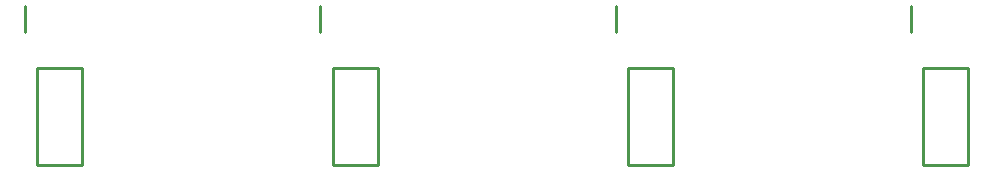
<source format=gbr>
G04 DipTrace 3.3.1.3*
G04 BottomSilk.gbr*
%MOIN*%
G04 #@! TF.FileFunction,Legend,Bot*
G04 #@! TF.Part,Single*
%ADD10C,0.009843*%
%FSLAX26Y26*%
G04*
G70*
G90*
G75*
G01*
G04 BotSilk*
%LPD*%
X3763583Y723327D2*
D10*
X3913583D1*
Y1048327D1*
X3763583D1*
Y723327D1*
X3722958Y1256145D2*
Y1168648D1*
X2779331Y723327D2*
X2929331D1*
Y1048327D1*
X2779331D1*
Y723327D1*
X2738706Y1256145D2*
Y1168648D1*
X1795079Y723327D2*
X1945079D1*
Y1048327D1*
X1795079D1*
Y723327D1*
X1754454Y1256145D2*
Y1168648D1*
X810827Y723327D2*
X960827D1*
Y1048327D1*
X810827D1*
Y723327D1*
X770202Y1256145D2*
Y1168648D1*
M02*

</source>
